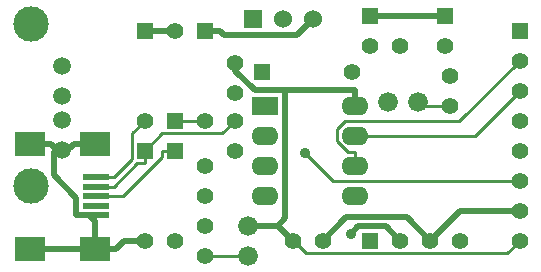
<source format=gtl>
G04 (created by PCBNEW (2013-mar-13)-testing) date Mon 15 Sep 2014 11:03:20 PM PDT*
%MOIN*%
G04 Gerber Fmt 3.4, Leading zero omitted, Abs format*
%FSLAX34Y34*%
G01*
G70*
G90*
G04 APERTURE LIST*
%ADD10C,0.005906*%
%ADD11R,0.055000X0.055000*%
%ADD12C,0.055000*%
%ADD13R,0.090600X0.019700*%
%ADD14R,0.098400X0.078700*%
%ADD15C,0.066000*%
%ADD16R,0.090000X0.062000*%
%ADD17O,0.090000X0.062000*%
%ADD18R,0.060000X0.060000*%
%ADD19C,0.060000*%
%ADD20C,0.059100*%
%ADD21C,0.118100*%
%ADD22C,0.035000*%
%ADD23C,0.020000*%
%ADD24C,0.010000*%
G04 APERTURE END LIST*
G54D10*
G54D11*
X56000Y-36500D03*
G54D12*
X56000Y-37500D03*
X50917Y-44000D03*
X51917Y-44000D03*
G54D13*
X44358Y-41889D03*
X44358Y-42204D03*
X44358Y-42519D03*
X44358Y-42834D03*
X44358Y-43149D03*
G54D14*
X44319Y-40767D03*
X42154Y-40767D03*
X44319Y-44271D03*
X42154Y-44271D03*
G54D11*
X46000Y-37000D03*
G54D12*
X46000Y-40000D03*
G54D11*
X46000Y-41000D03*
G54D12*
X46000Y-44000D03*
G54D11*
X47000Y-41000D03*
G54D12*
X47000Y-44000D03*
G54D11*
X49877Y-38385D03*
G54D12*
X52877Y-38385D03*
G54D15*
X54106Y-39370D03*
X55106Y-39370D03*
G54D11*
X48000Y-37000D03*
G54D12*
X48000Y-40000D03*
G54D11*
X47000Y-40000D03*
G54D12*
X47000Y-37000D03*
G54D15*
X49409Y-43500D03*
X49409Y-44500D03*
G54D16*
X50000Y-39500D03*
G54D17*
X50000Y-40500D03*
X50000Y-41500D03*
X50000Y-42500D03*
X53000Y-42500D03*
X53000Y-41500D03*
X53000Y-40500D03*
X53000Y-39500D03*
G54D18*
X49590Y-36614D03*
G54D19*
X50590Y-36614D03*
X51590Y-36614D03*
G54D20*
X43228Y-40966D03*
X43228Y-39966D03*
X43228Y-39166D03*
X43228Y-38166D03*
G54D21*
X42178Y-42166D03*
X42178Y-36766D03*
G54D11*
X58500Y-37000D03*
G54D12*
X58500Y-38000D03*
X58500Y-39000D03*
X58500Y-40000D03*
X58500Y-41000D03*
X58500Y-42000D03*
X58500Y-43000D03*
X58500Y-44000D03*
G54D11*
X53500Y-44000D03*
G54D12*
X54500Y-44000D03*
X55500Y-44000D03*
X56500Y-44000D03*
X49000Y-38082D03*
X49000Y-39082D03*
X49000Y-40000D03*
X49000Y-41000D03*
X48000Y-41500D03*
X48000Y-42500D03*
X56141Y-39500D03*
X56141Y-38500D03*
X48000Y-43500D03*
X48000Y-44500D03*
G54D11*
X53500Y-36500D03*
G54D12*
X53500Y-37500D03*
X54500Y-37500D03*
G54D22*
X52853Y-43774D03*
X51334Y-41081D03*
G54D23*
X48609Y-37134D02*
X48475Y-37000D01*
X51069Y-37134D02*
X48609Y-37134D01*
X51590Y-36614D02*
X51069Y-37134D01*
X48000Y-37000D02*
X48475Y-37000D01*
X46000Y-37000D02*
X46475Y-37000D01*
X47000Y-37000D02*
X46475Y-37000D01*
X53103Y-43524D02*
X52853Y-43774D01*
X54024Y-43524D02*
X53103Y-43524D01*
X54500Y-44000D02*
X54024Y-43524D01*
X56500Y-43000D02*
X58500Y-43000D01*
X55500Y-44000D02*
X56500Y-43000D01*
X42154Y-40767D02*
X42846Y-40767D01*
X44319Y-40767D02*
X43626Y-40767D01*
X44319Y-44271D02*
X42154Y-44271D01*
X43228Y-40966D02*
X43042Y-40966D01*
X43704Y-42566D02*
X43704Y-43149D01*
X42957Y-41819D02*
X43704Y-42566D01*
X42957Y-41051D02*
X42957Y-41819D01*
X43042Y-40966D02*
X42957Y-41051D01*
X43042Y-40966D02*
X43042Y-40898D01*
X42977Y-40898D02*
X43042Y-40898D01*
X42846Y-40767D02*
X42977Y-40898D01*
X43495Y-40898D02*
X43626Y-40767D01*
X43042Y-40898D02*
X43495Y-40898D01*
X45282Y-44000D02*
X45011Y-44271D01*
X46000Y-44000D02*
X45282Y-44000D01*
X44319Y-44271D02*
X45011Y-44271D01*
X44357Y-43149D02*
X44125Y-43149D01*
X44125Y-43149D02*
X43704Y-43149D01*
X44319Y-43343D02*
X44319Y-44271D01*
X44125Y-43149D02*
X44319Y-43343D01*
X52692Y-43224D02*
X51917Y-44000D01*
X54724Y-43224D02*
X52692Y-43224D01*
X55500Y-44000D02*
X54724Y-43224D01*
G54D24*
X55236Y-39500D02*
X55106Y-39370D01*
X56141Y-39500D02*
X55236Y-39500D01*
X47000Y-40000D02*
X48000Y-40000D01*
X45267Y-42519D02*
X44357Y-42519D01*
X46574Y-41212D02*
X45267Y-42519D01*
X46574Y-41000D02*
X46574Y-41212D01*
X47000Y-41000D02*
X46574Y-41000D01*
X44357Y-42204D02*
X44961Y-42204D01*
X46574Y-40425D02*
X46000Y-41000D01*
X48574Y-40425D02*
X46574Y-40425D01*
X49000Y-40000D02*
X48574Y-40425D01*
X45740Y-41425D02*
X44961Y-42204D01*
X46000Y-41425D02*
X45740Y-41425D01*
X46000Y-41000D02*
X46000Y-41425D01*
X52252Y-42000D02*
X51334Y-41081D01*
X58500Y-42000D02*
X52252Y-42000D01*
X45574Y-41275D02*
X44961Y-41889D01*
X45574Y-40425D02*
X45574Y-41275D01*
X46000Y-40000D02*
X45574Y-40425D01*
X44357Y-41889D02*
X44961Y-41889D01*
X56471Y-40028D02*
X58500Y-38000D01*
X52644Y-40028D02*
X56471Y-40028D01*
X52397Y-40276D02*
X52644Y-40028D01*
X52397Y-40695D02*
X52397Y-40276D01*
X52741Y-41039D02*
X52397Y-40695D01*
X53000Y-41039D02*
X52741Y-41039D01*
X53000Y-41500D02*
X53000Y-41039D01*
X57000Y-40500D02*
X53000Y-40500D01*
X58500Y-39000D02*
X57000Y-40500D01*
X48000Y-44500D02*
X49409Y-44500D01*
X50917Y-44000D02*
X50977Y-44059D01*
X58071Y-44428D02*
X58500Y-44000D01*
X51346Y-44428D02*
X58071Y-44428D01*
X50977Y-44059D02*
X51346Y-44428D01*
G54D23*
X53000Y-39500D02*
X53000Y-38989D01*
X49641Y-38989D02*
X50657Y-38989D01*
X49000Y-38347D02*
X49641Y-38989D01*
X49000Y-38082D02*
X49000Y-38347D01*
X50657Y-38989D02*
X53000Y-38989D01*
X50657Y-43260D02*
X50417Y-43500D01*
X50657Y-38989D02*
X50657Y-43260D01*
X49409Y-43500D02*
X50417Y-43500D01*
X50417Y-43500D02*
X50917Y-44000D01*
X53500Y-36500D02*
X56000Y-36500D01*
M02*

</source>
